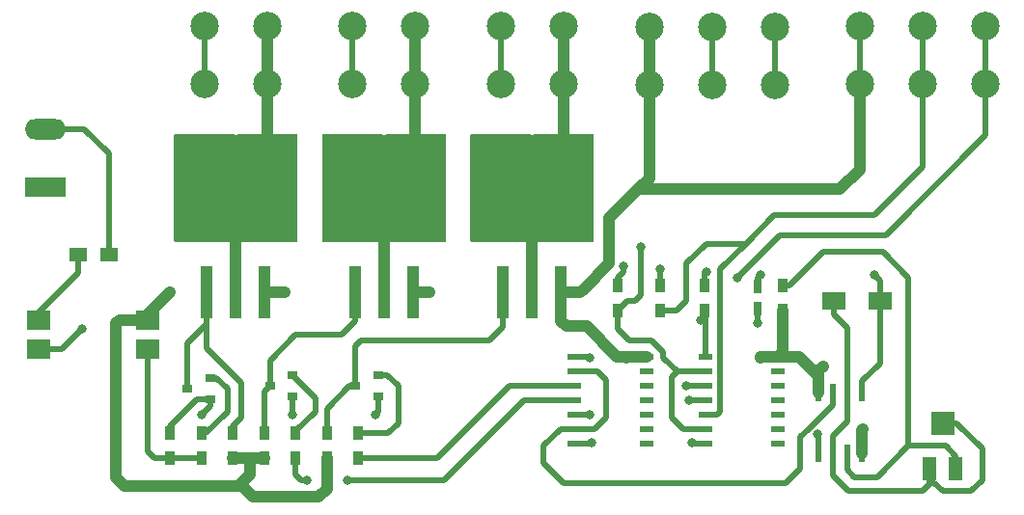
<source format=gbr>
G04 #@! TF.FileFunction,Copper,L1,Top,Signal*
%FSLAX46Y46*%
G04 Gerber Fmt 4.6, Leading zero omitted, Abs format (unit mm)*
G04 Created by KiCad (PCBNEW 4.0.7-e2-6376~58~ubuntu16.04.1) date Wed Nov 22 10:08:24 2017*
%MOMM*%
%LPD*%
G01*
G04 APERTURE LIST*
%ADD10C,0.100000*%
%ADD11R,3.600000X1.800000*%
%ADD12O,3.600000X1.800000*%
%ADD13C,2.500000*%
%ADD14R,2.000000X1.600000*%
%ADD15R,0.750000X1.200000*%
%ADD16R,0.900000X0.800000*%
%ADD17R,1.100000X4.600000*%
%ADD18R,10.800000X9.400000*%
%ADD19R,5.250000X4.550000*%
%ADD20R,0.900000X1.200000*%
%ADD21R,1.300000X2.000000*%
%ADD22R,2.000000X2.000000*%
%ADD23R,1.500000X1.300000*%
%ADD24R,0.600000X1.550000*%
%ADD25R,1.143000X0.508000*%
%ADD26R,2.000000X1.780000*%
%ADD27C,0.800000*%
%ADD28C,0.500000*%
%ADD29C,1.000000*%
G04 APERTURE END LIST*
D10*
D11*
X53500000Y-69500000D03*
D12*
X53500000Y-64420000D03*
D13*
X117520000Y-55500000D03*
X117520000Y-60580000D03*
X112010000Y-60580000D03*
X112010000Y-55500000D03*
X106500000Y-55500000D03*
X106500000Y-60580000D03*
X67490000Y-55420000D03*
X67490000Y-60500000D03*
X73000000Y-60500000D03*
X73000000Y-55420000D03*
X80490000Y-55420000D03*
X80490000Y-60500000D03*
X86000000Y-60500000D03*
X86000000Y-55420000D03*
X93490000Y-55420000D03*
X93490000Y-60500000D03*
X99000000Y-60500000D03*
X99000000Y-55420000D03*
X124980000Y-60500000D03*
X124980000Y-55420000D03*
X130490000Y-55420000D03*
X130490000Y-60500000D03*
X136000000Y-60500000D03*
X136000000Y-55420000D03*
D14*
X122750000Y-79500000D03*
X126750000Y-79500000D03*
D15*
X116000000Y-80200000D03*
X116000000Y-78300000D03*
D16*
X82750000Y-87950000D03*
X82750000Y-86050000D03*
X80750000Y-87000000D03*
X75250000Y-87950000D03*
X75250000Y-86050000D03*
X73250000Y-87000000D03*
X68000000Y-88200000D03*
X68000000Y-86300000D03*
X66000000Y-87250000D03*
D17*
X93710000Y-78775000D03*
X96250000Y-78775000D03*
X98790000Y-78775000D03*
D18*
X96250000Y-69625000D03*
D19*
X99025000Y-67200000D03*
X93475000Y-72050000D03*
X93475000Y-67200000D03*
X99025000Y-72050000D03*
D17*
X80710000Y-78775000D03*
X83250000Y-78775000D03*
X85790000Y-78775000D03*
D18*
X83250000Y-69625000D03*
D19*
X86025000Y-67200000D03*
X80475000Y-72050000D03*
X80475000Y-67200000D03*
X86025000Y-72050000D03*
D17*
X67710000Y-78775000D03*
X70250000Y-78775000D03*
X72790000Y-78775000D03*
D18*
X70250000Y-69625000D03*
D19*
X73025000Y-67200000D03*
X67475000Y-72050000D03*
X67475000Y-67200000D03*
X73025000Y-72050000D03*
D20*
X118250000Y-80350000D03*
X118250000Y-78150000D03*
D21*
X133400000Y-94250000D03*
D22*
X132250000Y-90250000D03*
D21*
X131100000Y-94250000D03*
D20*
X111400000Y-80350000D03*
X111400000Y-78150000D03*
X103750000Y-80350000D03*
X103750000Y-78150000D03*
X107500000Y-80350000D03*
X107500000Y-78150000D03*
X81000000Y-91150000D03*
X81000000Y-93350000D03*
X75500000Y-91150000D03*
X75500000Y-93350000D03*
D23*
X56400000Y-75500000D03*
X59100000Y-75500000D03*
D20*
X64500000Y-91150000D03*
X64500000Y-93350000D03*
X67250000Y-91150000D03*
X67250000Y-93350000D03*
X78250000Y-91150000D03*
X78250000Y-93350000D03*
X72750000Y-91150000D03*
X72750000Y-93350000D03*
X70000000Y-91150000D03*
X70000000Y-93350000D03*
D24*
X125155000Y-87550000D03*
X123885000Y-87550000D03*
X122615000Y-87550000D03*
X121345000Y-87550000D03*
X121345000Y-92950000D03*
X122615000Y-92950000D03*
X123885000Y-92950000D03*
X125155000Y-92950000D03*
D25*
X111448000Y-84440000D03*
X111448000Y-85710000D03*
X111448000Y-86980000D03*
X111448000Y-88250000D03*
X111448000Y-89520000D03*
X111448000Y-90790000D03*
X111448000Y-92060000D03*
X117798000Y-92060000D03*
X117798000Y-90790000D03*
X117798000Y-88250000D03*
X117798000Y-86980000D03*
X117798000Y-85710000D03*
X117798000Y-84440000D03*
X117798000Y-89520000D03*
X99948000Y-84440000D03*
X99948000Y-85710000D03*
X99948000Y-86980000D03*
X99948000Y-88250000D03*
X99948000Y-89520000D03*
X99948000Y-90790000D03*
X99948000Y-92060000D03*
X106298000Y-92060000D03*
X106298000Y-90790000D03*
X106298000Y-88250000D03*
X106298000Y-86980000D03*
X106298000Y-85710000D03*
X106298000Y-84440000D03*
X106298000Y-89520000D03*
D26*
X52985000Y-81230000D03*
X62515000Y-83770000D03*
X52985000Y-83770000D03*
X62515000Y-81230000D03*
D27*
X116250000Y-77250000D03*
X104250000Y-76500000D03*
X111500000Y-77000000D03*
X107500000Y-76750000D03*
X126250000Y-77250000D03*
X110250000Y-92000000D03*
X101500000Y-92000000D03*
X75250000Y-89500000D03*
X82500000Y-89500000D03*
X67250000Y-89500000D03*
X116000000Y-81500000D03*
X121250000Y-91250000D03*
X114250000Y-77500000D03*
X111000000Y-81250000D03*
X105750000Y-74750000D03*
X80000000Y-95250000D03*
X76500000Y-95250000D03*
X101250000Y-84500000D03*
X109750000Y-87000000D03*
X110000000Y-88250000D03*
X101250000Y-89500000D03*
X121750000Y-85250000D03*
X125250000Y-90750000D03*
X116250000Y-84500000D03*
X104500000Y-84500000D03*
X64500000Y-78750000D03*
X100750000Y-78500000D03*
X87250000Y-78750000D03*
X74500000Y-78750000D03*
X56750000Y-82000000D03*
D28*
X116000000Y-78300000D02*
X116000000Y-77500000D01*
X116000000Y-77500000D02*
X116250000Y-77250000D01*
X103750000Y-78150000D02*
X103750000Y-77500000D01*
X104250000Y-77000000D02*
X104250000Y-76500000D01*
X103750000Y-77500000D02*
X104250000Y-77000000D01*
X111400000Y-78150000D02*
X111400000Y-77100000D01*
X111400000Y-77100000D02*
X111500000Y-77000000D01*
X107500000Y-78150000D02*
X107500000Y-76750000D01*
X126250000Y-77250000D02*
X126750000Y-77750000D01*
X126750000Y-77750000D02*
X126750000Y-79500000D01*
X99948000Y-92060000D02*
X101440000Y-92060000D01*
X110310000Y-92060000D02*
X111448000Y-92060000D01*
X110250000Y-92000000D02*
X110310000Y-92060000D01*
X101440000Y-92060000D02*
X101500000Y-92000000D01*
X125155000Y-87550000D02*
X125155000Y-86595000D01*
X126750000Y-85000000D02*
X126750000Y-79500000D01*
X125155000Y-86595000D02*
X126750000Y-85000000D01*
X75250000Y-87950000D02*
X75250000Y-89500000D01*
X68000000Y-88200000D02*
X68000000Y-88750000D01*
X82750000Y-89250000D02*
X82750000Y-87950000D01*
X82500000Y-89500000D02*
X82750000Y-89250000D01*
X68000000Y-88750000D02*
X67250000Y-89500000D01*
X64500000Y-91150000D02*
X64500000Y-90500000D01*
X66800000Y-88200000D02*
X68000000Y-88200000D01*
X64500000Y-90500000D02*
X66800000Y-88200000D01*
X67490000Y-60500000D02*
X67490000Y-55420000D01*
X80490000Y-60500000D02*
X80490000Y-55420000D01*
X93490000Y-60500000D02*
X93490000Y-55420000D01*
X112010000Y-60580000D02*
X112010000Y-55500000D01*
X121345000Y-92950000D02*
X121345000Y-91345000D01*
X116000000Y-81500000D02*
X116000000Y-80200000D01*
X121345000Y-91345000D02*
X121250000Y-91250000D01*
X53500000Y-64420000D02*
X56920000Y-64420000D01*
X59100000Y-66600000D02*
X59100000Y-75500000D01*
X56920000Y-64420000D02*
X59100000Y-66600000D01*
D29*
X70250000Y-78775000D02*
X70250000Y-69625000D01*
X73000000Y-60500000D02*
X73000000Y-66875000D01*
X73000000Y-66875000D02*
X70250000Y-69625000D01*
X73000000Y-60500000D02*
X73000000Y-55420000D01*
X73000000Y-61500000D02*
X73000000Y-60500000D01*
D28*
X73000000Y-55420000D02*
X72400000Y-56020000D01*
X73000000Y-60500000D02*
X73000000Y-61500000D01*
D29*
X83250000Y-78775000D02*
X83250000Y-69625000D01*
X86000000Y-60500000D02*
X86000000Y-66875000D01*
X86000000Y-66875000D02*
X83250000Y-69625000D01*
X86000000Y-61500000D02*
X86000000Y-60500000D01*
X85600000Y-60500000D02*
X86000000Y-60500000D01*
X86000000Y-55420000D02*
X86000000Y-60500000D01*
X96250000Y-78775000D02*
X96250000Y-69625000D01*
X99000000Y-60500000D02*
X99000000Y-66875000D01*
X99000000Y-66875000D02*
X96250000Y-69625000D01*
X99000000Y-61500000D02*
X99000000Y-60500000D01*
X99000000Y-55420000D02*
X99000000Y-60500000D01*
D28*
X99000000Y-60500000D02*
X99000000Y-61500000D01*
X118250000Y-78150000D02*
X118850000Y-78150000D01*
X129250000Y-77500000D02*
X129250000Y-92250000D01*
X127000000Y-75250000D02*
X129250000Y-77500000D01*
X121750000Y-75250000D02*
X127000000Y-75250000D01*
X118850000Y-78150000D02*
X121750000Y-75250000D01*
X133400000Y-94250000D02*
X133400000Y-93150000D01*
X123885000Y-94385000D02*
X123885000Y-92950000D01*
X124500000Y-95000000D02*
X123885000Y-94385000D01*
X126500000Y-95000000D02*
X124500000Y-95000000D01*
X129250000Y-92250000D02*
X126500000Y-95000000D01*
X132500000Y-92250000D02*
X129250000Y-92250000D01*
X133400000Y-93150000D02*
X132500000Y-92250000D01*
X111400000Y-80350000D02*
X111400000Y-80850000D01*
X111400000Y-80850000D02*
X111000000Y-81250000D01*
X136000000Y-65000000D02*
X136000000Y-60500000D01*
X127250000Y-73750000D02*
X136000000Y-65000000D01*
X118000000Y-73750000D02*
X127250000Y-73750000D01*
X114250000Y-77500000D02*
X118000000Y-73750000D01*
X111448000Y-84440000D02*
X111448000Y-82000000D01*
X111448000Y-82000000D02*
X111448000Y-80398000D01*
X111448000Y-80398000D02*
X111400000Y-80350000D01*
X136000000Y-60500000D02*
X136000000Y-55420000D01*
X111448000Y-90790000D02*
X109540000Y-90790000D01*
X108500000Y-86250000D02*
X109000000Y-85750000D01*
X108500000Y-89750000D02*
X108500000Y-86250000D01*
X109540000Y-90790000D02*
X108500000Y-89750000D01*
X104600000Y-79500000D02*
X103750000Y-80350000D01*
X105250000Y-79500000D02*
X104600000Y-79500000D01*
X105750000Y-79000000D02*
X105250000Y-79500000D01*
X105750000Y-74750000D02*
X105750000Y-79000000D01*
X111448000Y-85710000D02*
X110960000Y-85710000D01*
X110960000Y-85710000D02*
X110920000Y-85750000D01*
X110920000Y-85750000D02*
X109000000Y-85750000D01*
X103750000Y-82000000D02*
X103750000Y-80350000D01*
X104750000Y-83000000D02*
X103750000Y-82000000D01*
X106750000Y-83000000D02*
X104750000Y-83000000D01*
X107750000Y-84000000D02*
X106750000Y-83000000D01*
X107750000Y-84500000D02*
X107750000Y-84000000D01*
X109000000Y-85750000D02*
X107750000Y-84500000D01*
X117520000Y-60580000D02*
X117520000Y-55500000D01*
X107500000Y-80350000D02*
X108900000Y-80350000D01*
X111500000Y-74500000D02*
X115000000Y-74500000D01*
X109750000Y-76250000D02*
X111500000Y-74500000D01*
X109750000Y-79500000D02*
X109750000Y-76250000D01*
X108900000Y-80350000D02*
X109750000Y-79500000D01*
X111448000Y-89520000D02*
X112480000Y-89520000D01*
X130490000Y-67760000D02*
X130490000Y-60500000D01*
X126250000Y-72000000D02*
X130490000Y-67760000D01*
X117500000Y-72000000D02*
X126250000Y-72000000D01*
X112750000Y-76750000D02*
X115000000Y-74500000D01*
X115000000Y-74500000D02*
X117500000Y-72000000D01*
X112750000Y-89250000D02*
X112750000Y-76750000D01*
X112480000Y-89520000D02*
X112750000Y-89250000D01*
X130490000Y-60500000D02*
X130490000Y-55420000D01*
X81000000Y-93350000D02*
X87900000Y-93350000D01*
X94270000Y-86980000D02*
X99948000Y-86980000D01*
X87900000Y-93350000D02*
X94270000Y-86980000D01*
X75500000Y-93350000D02*
X75500000Y-94750000D01*
X95500000Y-88250000D02*
X99948000Y-88250000D01*
X88500000Y-95250000D02*
X95500000Y-88250000D01*
X85250000Y-95250000D02*
X88500000Y-95250000D01*
X80000000Y-95250000D02*
X85250000Y-95250000D01*
X76000000Y-95250000D02*
X76500000Y-95250000D01*
X75500000Y-94750000D02*
X76000000Y-95250000D01*
X99948000Y-90790000D02*
X101710000Y-90790000D01*
X101960000Y-85710000D02*
X99948000Y-85710000D01*
X102750000Y-86500000D02*
X101960000Y-85710000D01*
X102750000Y-89750000D02*
X102750000Y-86500000D01*
X101710000Y-90790000D02*
X102750000Y-89750000D01*
X122615000Y-87550000D02*
X122615000Y-88635000D01*
X98710000Y-90790000D02*
X99948000Y-90790000D01*
X97250000Y-92250000D02*
X98710000Y-90790000D01*
X97250000Y-93750000D02*
X97250000Y-92250000D01*
X99000000Y-95500000D02*
X97250000Y-93750000D01*
X118500000Y-95500000D02*
X99000000Y-95500000D01*
X119750000Y-94250000D02*
X118500000Y-95500000D01*
X119750000Y-91500000D02*
X119750000Y-94250000D01*
X120500000Y-90750000D02*
X119750000Y-91500000D01*
X122615000Y-88635000D02*
X120500000Y-90750000D01*
X111448000Y-86980000D02*
X109770000Y-86980000D01*
X101190000Y-84440000D02*
X99948000Y-84440000D01*
X101250000Y-84500000D02*
X101190000Y-84440000D01*
X109770000Y-86980000D02*
X109750000Y-87000000D01*
X99948000Y-89520000D02*
X101230000Y-89520000D01*
X110000000Y-88250000D02*
X111448000Y-88250000D01*
X101230000Y-89520000D02*
X101250000Y-89500000D01*
D29*
X98790000Y-78775000D02*
X100475000Y-78775000D01*
X100475000Y-78775000D02*
X100750000Y-78500000D01*
X125155000Y-92950000D02*
X125155000Y-90845000D01*
X121345000Y-85655000D02*
X121345000Y-86095000D01*
X121750000Y-85250000D02*
X121345000Y-85655000D01*
X125155000Y-90845000D02*
X125250000Y-90750000D01*
X118250000Y-80350000D02*
X118250000Y-83988000D01*
X118250000Y-83988000D02*
X117798000Y-84440000D01*
X106298000Y-84440000D02*
X104560000Y-84440000D01*
X116310000Y-84440000D02*
X117798000Y-84440000D01*
X116250000Y-84500000D02*
X116310000Y-84440000D01*
X104560000Y-84440000D02*
X104500000Y-84500000D01*
X121345000Y-87550000D02*
X121345000Y-86095000D01*
X121345000Y-86095000D02*
X119690000Y-84440000D01*
X119690000Y-84440000D02*
X117798000Y-84440000D01*
X106298000Y-84440000D02*
X103690000Y-84440000D01*
X98790000Y-81290000D02*
X98790000Y-78775000D01*
X99250000Y-81750000D02*
X98790000Y-81290000D01*
X101000000Y-81750000D02*
X99250000Y-81750000D01*
X103690000Y-84440000D02*
X101000000Y-81750000D01*
X78250000Y-93350000D02*
X78250000Y-96000000D01*
X71750000Y-96750000D02*
X70625000Y-95625000D01*
X77500000Y-96750000D02*
X71750000Y-96750000D01*
X78250000Y-96000000D02*
X77500000Y-96750000D01*
X124980000Y-60500000D02*
X124980000Y-68020000D01*
X123250000Y-69750000D02*
X105500000Y-69750000D01*
X124980000Y-68020000D02*
X123250000Y-69750000D01*
X62515000Y-81230000D02*
X60020000Y-81230000D01*
X71500000Y-94750000D02*
X71500000Y-93350000D01*
X70500000Y-95750000D02*
X70625000Y-95625000D01*
X70625000Y-95625000D02*
X71500000Y-94750000D01*
X60500000Y-95750000D02*
X70500000Y-95750000D01*
X59750000Y-95000000D02*
X60500000Y-95750000D01*
X59750000Y-81500000D02*
X59750000Y-95000000D01*
X60020000Y-81230000D02*
X59750000Y-81500000D01*
X62515000Y-81230000D02*
X62515000Y-80735000D01*
X62515000Y-80735000D02*
X64500000Y-78750000D01*
X70000000Y-93350000D02*
X71500000Y-93350000D01*
X71500000Y-93350000D02*
X72750000Y-93350000D01*
X100750000Y-78500000D02*
X103000000Y-76250000D01*
X103000000Y-72250000D02*
X105500000Y-69750000D01*
X103000000Y-76250000D02*
X103000000Y-72250000D01*
X105500000Y-69750000D02*
X106500000Y-68750000D01*
X106500000Y-68750000D02*
X106500000Y-60580000D01*
X85790000Y-78775000D02*
X87225000Y-78775000D01*
X87225000Y-78775000D02*
X87250000Y-78750000D01*
X72790000Y-78775000D02*
X74475000Y-78775000D01*
X74475000Y-78775000D02*
X74500000Y-78750000D01*
X106500000Y-60580000D02*
X106500000Y-55500000D01*
D28*
X124980000Y-60500000D02*
X124980000Y-55420000D01*
X52985000Y-81230000D02*
X52985000Y-80515000D01*
X52985000Y-80515000D02*
X56400000Y-77100000D01*
X56400000Y-77100000D02*
X56400000Y-75500000D01*
X81000000Y-91150000D02*
X83600000Y-91150000D01*
X83550000Y-86050000D02*
X82750000Y-86050000D01*
X84500000Y-87000000D02*
X83550000Y-86050000D01*
X84500000Y-90250000D02*
X84500000Y-87000000D01*
X83600000Y-91150000D02*
X84500000Y-90250000D01*
X93710000Y-78775000D02*
X93710000Y-81790000D01*
X80750000Y-83500000D02*
X80750000Y-87000000D01*
X81250000Y-83000000D02*
X80750000Y-83500000D01*
X92500000Y-83000000D02*
X81250000Y-83000000D01*
X93710000Y-81790000D02*
X92500000Y-83000000D01*
X78250000Y-91150000D02*
X78250000Y-89000000D01*
X80250000Y-87000000D02*
X80750000Y-87000000D01*
X78250000Y-89000000D02*
X80250000Y-87000000D01*
X75500000Y-91150000D02*
X75500000Y-91000000D01*
X75500000Y-91000000D02*
X77250000Y-89250000D01*
X77250000Y-89250000D02*
X77250000Y-88050000D01*
X77250000Y-88050000D02*
X75250000Y-86050000D01*
X73250000Y-87000000D02*
X73250000Y-84750000D01*
X80710000Y-81290000D02*
X80710000Y-78775000D01*
X79500000Y-82500000D02*
X80710000Y-81290000D01*
X75500000Y-82500000D02*
X79500000Y-82500000D01*
X73250000Y-84750000D02*
X75500000Y-82500000D01*
X72750000Y-91150000D02*
X72750000Y-87500000D01*
X72750000Y-87500000D02*
X73250000Y-87000000D01*
X67250000Y-91150000D02*
X67600000Y-91150000D01*
X67600000Y-91150000D02*
X69500000Y-89250000D01*
X69500000Y-89250000D02*
X69500000Y-87250000D01*
X69500000Y-87250000D02*
X68550000Y-86300000D01*
X68550000Y-86300000D02*
X68000000Y-86300000D01*
X70000000Y-91150000D02*
X70000000Y-90500000D01*
X67710000Y-83710000D02*
X67710000Y-81540000D01*
X70750000Y-86750000D02*
X67710000Y-83710000D01*
X70750000Y-89750000D02*
X70750000Y-86750000D01*
X70000000Y-90500000D02*
X70750000Y-89750000D01*
X66000000Y-87250000D02*
X66000000Y-83250000D01*
X67710000Y-81540000D02*
X67710000Y-78775000D01*
X66000000Y-83250000D02*
X67710000Y-81540000D01*
X64500000Y-93350000D02*
X67250000Y-93350000D01*
X62515000Y-83770000D02*
X62515000Y-92765000D01*
X63100000Y-93350000D02*
X64500000Y-93350000D01*
X62515000Y-92765000D02*
X63100000Y-93350000D01*
X52985000Y-83770000D02*
X54980000Y-83770000D01*
X54980000Y-83770000D02*
X56750000Y-82000000D01*
X122615000Y-92950000D02*
X122615000Y-91385000D01*
X123885000Y-90115000D02*
X123885000Y-87550000D01*
X122615000Y-91385000D02*
X123885000Y-90115000D01*
X122750000Y-79500000D02*
X122750000Y-80750000D01*
X122750000Y-80750000D02*
X123885000Y-81885000D01*
X123885000Y-81885000D02*
X123885000Y-87550000D01*
X131100000Y-95500000D02*
X131500000Y-95500000D01*
X133500000Y-90250000D02*
X132250000Y-90250000D01*
X135750000Y-92500000D02*
X133500000Y-90250000D01*
X135750000Y-95250000D02*
X135750000Y-92500000D01*
X134750000Y-96250000D02*
X135750000Y-95250000D01*
X132250000Y-96250000D02*
X134750000Y-96250000D01*
X131500000Y-95500000D02*
X132250000Y-96250000D01*
X122615000Y-92950000D02*
X122615000Y-94865000D01*
X131100000Y-95650000D02*
X131100000Y-95500000D01*
X131100000Y-95500000D02*
X131100000Y-94250000D01*
X130500000Y-96250000D02*
X131100000Y-95650000D01*
X124000000Y-96250000D02*
X130500000Y-96250000D01*
X122615000Y-94865000D02*
X124000000Y-96250000D01*
M02*

</source>
